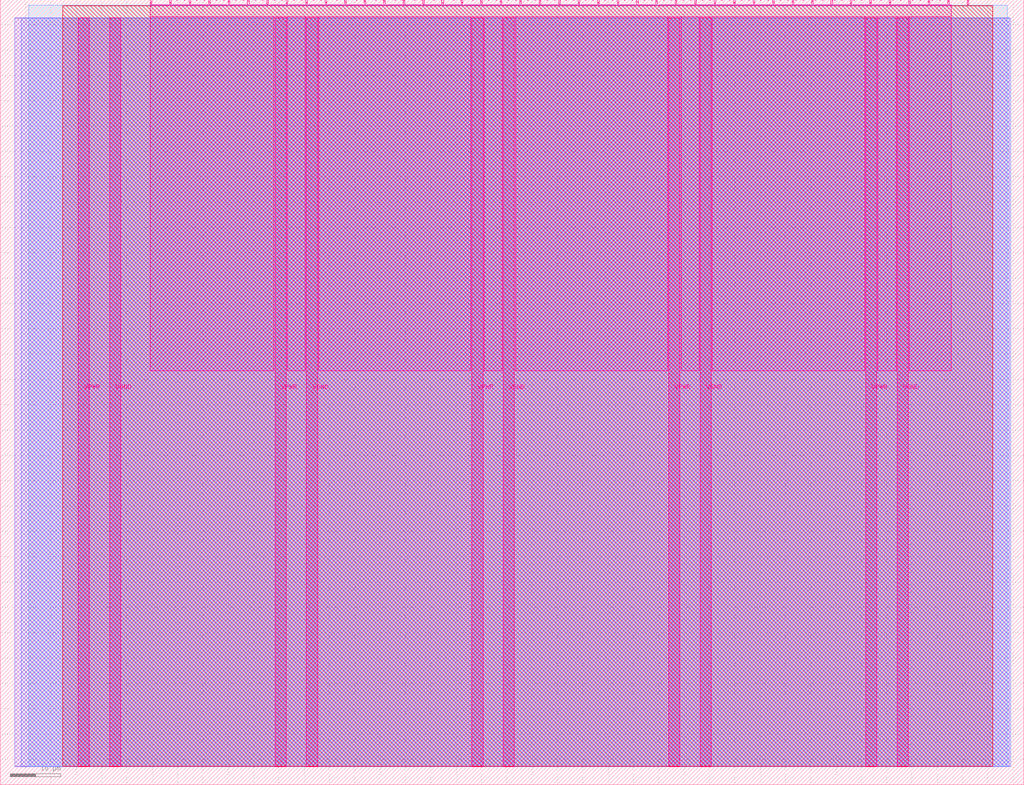
<source format=lef>
VERSION 5.7 ;
  NOWIREEXTENSIONATPIN ON ;
  DIVIDERCHAR "/" ;
  BUSBITCHARS "[]" ;
MACRO tt_um_rte_eink_driver
  CLASS BLOCK ;
  FOREIGN tt_um_rte_eink_driver ;
  ORIGIN 0.000 0.000 ;
  SIZE 202.080 BY 154.980 ;
  PIN VGND
    DIRECTION INOUT ;
    USE GROUND ;
    PORT
      LAYER Metal5 ;
        RECT 21.580 3.560 23.780 151.420 ;
    END
    PORT
      LAYER Metal5 ;
        RECT 60.450 3.560 62.650 151.420 ;
    END
    PORT
      LAYER Metal5 ;
        RECT 99.320 3.560 101.520 151.420 ;
    END
    PORT
      LAYER Metal5 ;
        RECT 138.190 3.560 140.390 151.420 ;
    END
    PORT
      LAYER Metal5 ;
        RECT 177.060 3.560 179.260 151.420 ;
    END
  END VGND
  PIN VPWR
    DIRECTION INOUT ;
    USE POWER ;
    PORT
      LAYER Metal5 ;
        RECT 15.380 3.560 17.580 151.420 ;
    END
    PORT
      LAYER Metal5 ;
        RECT 54.250 3.560 56.450 151.420 ;
    END
    PORT
      LAYER Metal5 ;
        RECT 93.120 3.560 95.320 151.420 ;
    END
    PORT
      LAYER Metal5 ;
        RECT 131.990 3.560 134.190 151.420 ;
    END
    PORT
      LAYER Metal5 ;
        RECT 170.860 3.560 173.060 151.420 ;
    END
  END VPWR
  PIN clk
    DIRECTION INPUT ;
    USE SIGNAL ;
    ANTENNAGATEAREA 0.426400 ;
    PORT
      LAYER Metal5 ;
        RECT 187.050 153.980 187.350 154.980 ;
    END
  END clk
  PIN ena
    DIRECTION INPUT ;
    USE SIGNAL ;
    PORT
      LAYER Metal5 ;
        RECT 190.890 153.980 191.190 154.980 ;
    END
  END ena
  PIN rst_n
    DIRECTION INPUT ;
    USE SIGNAL ;
    ANTENNAGATEAREA 0.943800 ;
    PORT
      LAYER Metal5 ;
        RECT 183.210 153.980 183.510 154.980 ;
    END
  END rst_n
  PIN ui_in[0]
    DIRECTION INPUT ;
    USE SIGNAL ;
    ANTENNAGATEAREA 0.180700 ;
    PORT
      LAYER Metal5 ;
        RECT 179.370 153.980 179.670 154.980 ;
    END
  END ui_in[0]
  PIN ui_in[1]
    DIRECTION INPUT ;
    USE SIGNAL ;
    ANTENNAGATEAREA 0.180700 ;
    PORT
      LAYER Metal5 ;
        RECT 175.530 153.980 175.830 154.980 ;
    END
  END ui_in[1]
  PIN ui_in[2]
    DIRECTION INPUT ;
    USE SIGNAL ;
    ANTENNAGATEAREA 0.180700 ;
    PORT
      LAYER Metal5 ;
        RECT 171.690 153.980 171.990 154.980 ;
    END
  END ui_in[2]
  PIN ui_in[3]
    DIRECTION INPUT ;
    USE SIGNAL ;
    ANTENNAGATEAREA 0.180700 ;
    PORT
      LAYER Metal5 ;
        RECT 167.850 153.980 168.150 154.980 ;
    END
  END ui_in[3]
  PIN ui_in[4]
    DIRECTION INPUT ;
    USE SIGNAL ;
    ANTENNAGATEAREA 0.180700 ;
    PORT
      LAYER Metal5 ;
        RECT 164.010 153.980 164.310 154.980 ;
    END
  END ui_in[4]
  PIN ui_in[5]
    DIRECTION INPUT ;
    USE SIGNAL ;
    ANTENNAGATEAREA 0.180700 ;
    PORT
      LAYER Metal5 ;
        RECT 160.170 153.980 160.470 154.980 ;
    END
  END ui_in[5]
  PIN ui_in[6]
    DIRECTION INPUT ;
    USE SIGNAL ;
    ANTENNAGATEAREA 0.180700 ;
    PORT
      LAYER Metal5 ;
        RECT 156.330 153.980 156.630 154.980 ;
    END
  END ui_in[6]
  PIN ui_in[7]
    DIRECTION INPUT ;
    USE SIGNAL ;
    ANTENNAGATEAREA 0.180700 ;
    PORT
      LAYER Metal5 ;
        RECT 152.490 153.980 152.790 154.980 ;
    END
  END ui_in[7]
  PIN uio_in[0]
    DIRECTION INPUT ;
    USE SIGNAL ;
    PORT
      LAYER Metal5 ;
        RECT 148.650 153.980 148.950 154.980 ;
    END
  END uio_in[0]
  PIN uio_in[1]
    DIRECTION INPUT ;
    USE SIGNAL ;
    PORT
      LAYER Metal5 ;
        RECT 144.810 153.980 145.110 154.980 ;
    END
  END uio_in[1]
  PIN uio_in[2]
    DIRECTION INPUT ;
    USE SIGNAL ;
    PORT
      LAYER Metal5 ;
        RECT 140.970 153.980 141.270 154.980 ;
    END
  END uio_in[2]
  PIN uio_in[3]
    DIRECTION INPUT ;
    USE SIGNAL ;
    PORT
      LAYER Metal5 ;
        RECT 137.130 153.980 137.430 154.980 ;
    END
  END uio_in[3]
  PIN uio_in[4]
    DIRECTION INPUT ;
    USE SIGNAL ;
    PORT
      LAYER Metal5 ;
        RECT 133.290 153.980 133.590 154.980 ;
    END
  END uio_in[4]
  PIN uio_in[5]
    DIRECTION INPUT ;
    USE SIGNAL ;
    PORT
      LAYER Metal5 ;
        RECT 129.450 153.980 129.750 154.980 ;
    END
  END uio_in[5]
  PIN uio_in[6]
    DIRECTION INPUT ;
    USE SIGNAL ;
    ANTENNAGATEAREA 0.180700 ;
    PORT
      LAYER Metal5 ;
        RECT 125.610 153.980 125.910 154.980 ;
    END
  END uio_in[6]
  PIN uio_in[7]
    DIRECTION INPUT ;
    USE SIGNAL ;
    PORT
      LAYER Metal5 ;
        RECT 121.770 153.980 122.070 154.980 ;
    END
  END uio_in[7]
  PIN uio_oe[0]
    DIRECTION OUTPUT ;
    USE SIGNAL ;
    ANTENNADIFFAREA 0.392700 ;
    PORT
      LAYER Metal5 ;
        RECT 56.490 153.980 56.790 154.980 ;
    END
  END uio_oe[0]
  PIN uio_oe[1]
    DIRECTION OUTPUT ;
    USE SIGNAL ;
    ANTENNADIFFAREA 0.651000 ;
    PORT
      LAYER Metal5 ;
        RECT 52.650 153.980 52.950 154.980 ;
    END
  END uio_oe[1]
  PIN uio_oe[2]
    DIRECTION OUTPUT ;
    USE SIGNAL ;
    ANTENNADIFFAREA 0.299200 ;
    PORT
      LAYER Metal5 ;
        RECT 48.810 153.980 49.110 154.980 ;
    END
  END uio_oe[2]
  PIN uio_oe[3]
    DIRECTION OUTPUT ;
    USE SIGNAL ;
    ANTENNADIFFAREA 0.392700 ;
    PORT
      LAYER Metal5 ;
        RECT 44.970 153.980 45.270 154.980 ;
    END
  END uio_oe[3]
  PIN uio_oe[4]
    DIRECTION OUTPUT ;
    USE SIGNAL ;
    ANTENNADIFFAREA 0.392700 ;
    PORT
      LAYER Metal5 ;
        RECT 41.130 153.980 41.430 154.980 ;
    END
  END uio_oe[4]
  PIN uio_oe[5]
    DIRECTION OUTPUT ;
    USE SIGNAL ;
    ANTENNADIFFAREA 0.392700 ;
    PORT
      LAYER Metal5 ;
        RECT 37.290 153.980 37.590 154.980 ;
    END
  END uio_oe[5]
  PIN uio_oe[6]
    DIRECTION OUTPUT ;
    USE SIGNAL ;
    ANTENNADIFFAREA 0.299200 ;
    PORT
      LAYER Metal5 ;
        RECT 33.450 153.980 33.750 154.980 ;
    END
  END uio_oe[6]
  PIN uio_oe[7]
    DIRECTION OUTPUT ;
    USE SIGNAL ;
    ANTENNADIFFAREA 0.392700 ;
    PORT
      LAYER Metal5 ;
        RECT 29.610 153.980 29.910 154.980 ;
    END
  END uio_oe[7]
  PIN uio_out[0]
    DIRECTION OUTPUT ;
    USE SIGNAL ;
    ANTENNADIFFAREA 0.654800 ;
    PORT
      LAYER Metal5 ;
        RECT 87.210 153.980 87.510 154.980 ;
    END
  END uio_out[0]
  PIN uio_out[1]
    DIRECTION OUTPUT ;
    USE SIGNAL ;
    ANTENNADIFFAREA 0.706800 ;
    PORT
      LAYER Metal5 ;
        RECT 83.370 153.980 83.670 154.980 ;
    END
  END uio_out[1]
  PIN uio_out[2]
    DIRECTION OUTPUT ;
    USE SIGNAL ;
    ANTENNADIFFAREA 0.299200 ;
    PORT
      LAYER Metal5 ;
        RECT 79.530 153.980 79.830 154.980 ;
    END
  END uio_out[2]
  PIN uio_out[3]
    DIRECTION OUTPUT ;
    USE SIGNAL ;
    ANTENNADIFFAREA 0.654800 ;
    PORT
      LAYER Metal5 ;
        RECT 75.690 153.980 75.990 154.980 ;
    END
  END uio_out[3]
  PIN uio_out[4]
    DIRECTION OUTPUT ;
    USE SIGNAL ;
    ANTENNADIFFAREA 0.392700 ;
    PORT
      LAYER Metal5 ;
        RECT 71.850 153.980 72.150 154.980 ;
    END
  END uio_out[4]
  PIN uio_out[5]
    DIRECTION OUTPUT ;
    USE SIGNAL ;
    ANTENNADIFFAREA 0.654800 ;
    PORT
      LAYER Metal5 ;
        RECT 68.010 153.980 68.310 154.980 ;
    END
  END uio_out[5]
  PIN uio_out[6]
    DIRECTION OUTPUT ;
    USE SIGNAL ;
    ANTENNADIFFAREA 0.299200 ;
    PORT
      LAYER Metal5 ;
        RECT 64.170 153.980 64.470 154.980 ;
    END
  END uio_out[6]
  PIN uio_out[7]
    DIRECTION OUTPUT ;
    USE SIGNAL ;
    ANTENNADIFFAREA 0.654800 ;
    PORT
      LAYER Metal5 ;
        RECT 60.330 153.980 60.630 154.980 ;
    END
  END uio_out[7]
  PIN uo_out[0]
    DIRECTION OUTPUT ;
    USE SIGNAL ;
    ANTENNADIFFAREA 0.299200 ;
    PORT
      LAYER Metal5 ;
        RECT 117.930 153.980 118.230 154.980 ;
    END
  END uo_out[0]
  PIN uo_out[1]
    DIRECTION OUTPUT ;
    USE SIGNAL ;
    ANTENNADIFFAREA 0.299200 ;
    PORT
      LAYER Metal5 ;
        RECT 114.090 153.980 114.390 154.980 ;
    END
  END uo_out[1]
  PIN uo_out[2]
    DIRECTION OUTPUT ;
    USE SIGNAL ;
    ANTENNADIFFAREA 0.299200 ;
    PORT
      LAYER Metal5 ;
        RECT 110.250 153.980 110.550 154.980 ;
    END
  END uo_out[2]
  PIN uo_out[3]
    DIRECTION OUTPUT ;
    USE SIGNAL ;
    ANTENNADIFFAREA 0.299200 ;
    PORT
      LAYER Metal5 ;
        RECT 106.410 153.980 106.710 154.980 ;
    END
  END uo_out[3]
  PIN uo_out[4]
    DIRECTION OUTPUT ;
    USE SIGNAL ;
    ANTENNADIFFAREA 0.299200 ;
    PORT
      LAYER Metal5 ;
        RECT 102.570 153.980 102.870 154.980 ;
    END
  END uo_out[4]
  PIN uo_out[5]
    DIRECTION OUTPUT ;
    USE SIGNAL ;
    ANTENNADIFFAREA 0.299200 ;
    PORT
      LAYER Metal5 ;
        RECT 98.730 153.980 99.030 154.980 ;
    END
  END uo_out[5]
  PIN uo_out[6]
    DIRECTION OUTPUT ;
    USE SIGNAL ;
    ANTENNADIFFAREA 0.299200 ;
    PORT
      LAYER Metal5 ;
        RECT 94.890 153.980 95.190 154.980 ;
    END
  END uo_out[6]
  PIN uo_out[7]
    DIRECTION OUTPUT ;
    USE SIGNAL ;
    ANTENNADIFFAREA 0.299200 ;
    PORT
      LAYER Metal5 ;
        RECT 91.050 153.980 91.350 154.980 ;
    END
  END uo_out[7]
  OBS
      LAYER GatPoly ;
        RECT 2.880 3.630 199.200 151.350 ;
      LAYER Metal1 ;
        RECT 2.880 3.560 199.200 151.420 ;
      LAYER Metal2 ;
        RECT 4.130 3.680 199.475 151.300 ;
      LAYER Metal3 ;
        RECT 5.660 3.635 198.820 153.865 ;
      LAYER Metal4 ;
        RECT 12.335 3.680 195.985 153.820 ;
      LAYER Metal5 ;
        RECT 30.120 153.770 33.240 153.980 ;
        RECT 33.960 153.770 37.080 153.980 ;
        RECT 37.800 153.770 40.920 153.980 ;
        RECT 41.640 153.770 44.760 153.980 ;
        RECT 45.480 153.770 48.600 153.980 ;
        RECT 49.320 153.770 52.440 153.980 ;
        RECT 53.160 153.770 56.280 153.980 ;
        RECT 57.000 153.770 60.120 153.980 ;
        RECT 60.840 153.770 63.960 153.980 ;
        RECT 64.680 153.770 67.800 153.980 ;
        RECT 68.520 153.770 71.640 153.980 ;
        RECT 72.360 153.770 75.480 153.980 ;
        RECT 76.200 153.770 79.320 153.980 ;
        RECT 80.040 153.770 83.160 153.980 ;
        RECT 83.880 153.770 87.000 153.980 ;
        RECT 87.720 153.770 90.840 153.980 ;
        RECT 91.560 153.770 94.680 153.980 ;
        RECT 95.400 153.770 98.520 153.980 ;
        RECT 99.240 153.770 102.360 153.980 ;
        RECT 103.080 153.770 106.200 153.980 ;
        RECT 106.920 153.770 110.040 153.980 ;
        RECT 110.760 153.770 113.880 153.980 ;
        RECT 114.600 153.770 117.720 153.980 ;
        RECT 118.440 153.770 121.560 153.980 ;
        RECT 122.280 153.770 125.400 153.980 ;
        RECT 126.120 153.770 129.240 153.980 ;
        RECT 129.960 153.770 133.080 153.980 ;
        RECT 133.800 153.770 136.920 153.980 ;
        RECT 137.640 153.770 140.760 153.980 ;
        RECT 141.480 153.770 144.600 153.980 ;
        RECT 145.320 153.770 148.440 153.980 ;
        RECT 149.160 153.770 152.280 153.980 ;
        RECT 153.000 153.770 156.120 153.980 ;
        RECT 156.840 153.770 159.960 153.980 ;
        RECT 160.680 153.770 163.800 153.980 ;
        RECT 164.520 153.770 167.640 153.980 ;
        RECT 168.360 153.770 171.480 153.980 ;
        RECT 172.200 153.770 175.320 153.980 ;
        RECT 176.040 153.770 179.160 153.980 ;
        RECT 179.880 153.770 183.000 153.980 ;
        RECT 183.720 153.770 186.840 153.980 ;
        RECT 187.560 153.770 187.780 153.980 ;
        RECT 29.660 151.630 187.780 153.770 ;
        RECT 29.660 81.755 54.040 151.630 ;
        RECT 56.660 81.755 60.240 151.630 ;
        RECT 62.860 81.755 92.910 151.630 ;
        RECT 95.530 81.755 99.110 151.630 ;
        RECT 101.730 81.755 131.780 151.630 ;
        RECT 134.400 81.755 137.980 151.630 ;
        RECT 140.600 81.755 170.650 151.630 ;
        RECT 173.270 81.755 176.850 151.630 ;
        RECT 179.470 81.755 187.780 151.630 ;
  END
END tt_um_rte_eink_driver
END LIBRARY


</source>
